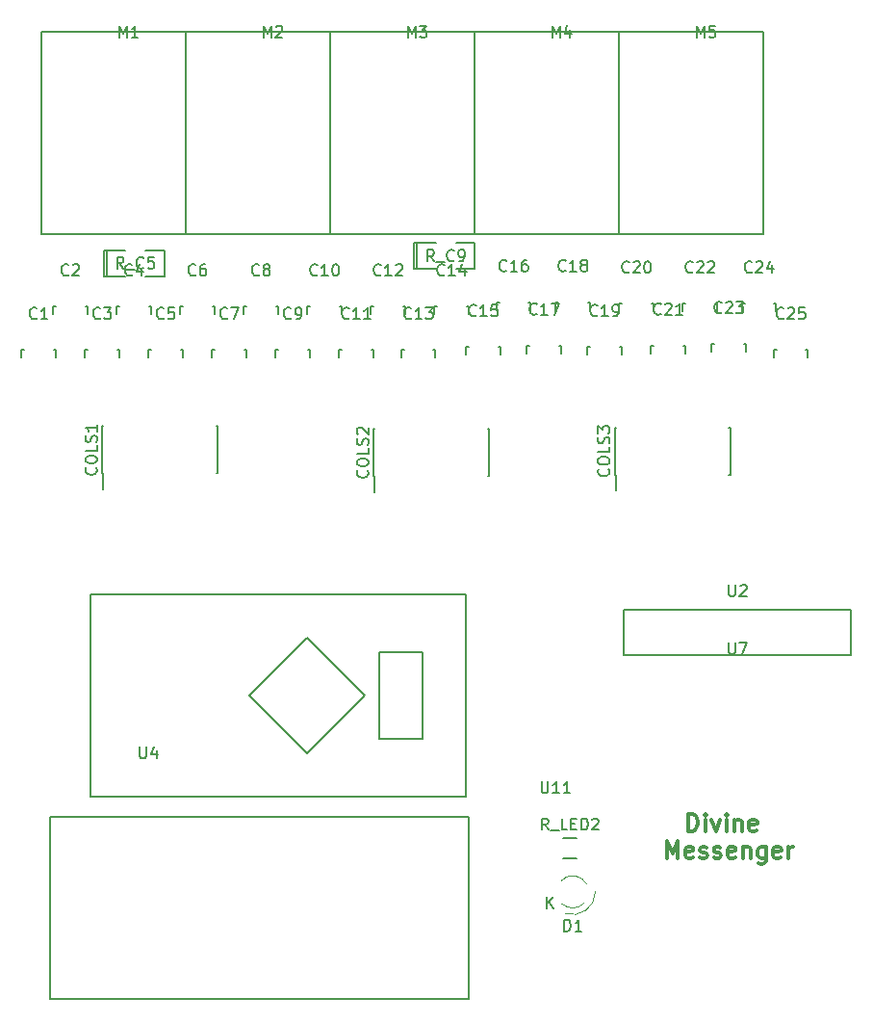
<source format=gbr>
G04 #@! TF.FileFunction,Legend,Top*
%FSLAX46Y46*%
G04 Gerber Fmt 4.6, Leading zero omitted, Abs format (unit mm)*
G04 Created by KiCad (PCBNEW 4.0.2+dfsg1-stable) date Ne 28. apríl 2019, 22:46:11 CEST*
%MOMM*%
G01*
G04 APERTURE LIST*
%ADD10C,0.100000*%
%ADD11C,0.300000*%
%ADD12C,0.150000*%
G04 APERTURE END LIST*
D10*
D11*
X176260572Y-124192571D02*
X176260572Y-122692571D01*
X176617715Y-122692571D01*
X176832000Y-122764000D01*
X176974858Y-122906857D01*
X177046286Y-123049714D01*
X177117715Y-123335429D01*
X177117715Y-123549714D01*
X177046286Y-123835429D01*
X176974858Y-123978286D01*
X176832000Y-124121143D01*
X176617715Y-124192571D01*
X176260572Y-124192571D01*
X177760572Y-124192571D02*
X177760572Y-123192571D01*
X177760572Y-122692571D02*
X177689143Y-122764000D01*
X177760572Y-122835429D01*
X177832000Y-122764000D01*
X177760572Y-122692571D01*
X177760572Y-122835429D01*
X178332001Y-123192571D02*
X178689144Y-124192571D01*
X179046286Y-123192571D01*
X179617715Y-124192571D02*
X179617715Y-123192571D01*
X179617715Y-122692571D02*
X179546286Y-122764000D01*
X179617715Y-122835429D01*
X179689143Y-122764000D01*
X179617715Y-122692571D01*
X179617715Y-122835429D01*
X180332001Y-123192571D02*
X180332001Y-124192571D01*
X180332001Y-123335429D02*
X180403429Y-123264000D01*
X180546287Y-123192571D01*
X180760572Y-123192571D01*
X180903429Y-123264000D01*
X180974858Y-123406857D01*
X180974858Y-124192571D01*
X182260572Y-124121143D02*
X182117715Y-124192571D01*
X181832001Y-124192571D01*
X181689144Y-124121143D01*
X181617715Y-123978286D01*
X181617715Y-123406857D01*
X181689144Y-123264000D01*
X181832001Y-123192571D01*
X182117715Y-123192571D01*
X182260572Y-123264000D01*
X182332001Y-123406857D01*
X182332001Y-123549714D01*
X181617715Y-123692571D01*
X174367715Y-126592571D02*
X174367715Y-125092571D01*
X174867715Y-126164000D01*
X175367715Y-125092571D01*
X175367715Y-126592571D01*
X176653429Y-126521143D02*
X176510572Y-126592571D01*
X176224858Y-126592571D01*
X176082001Y-126521143D01*
X176010572Y-126378286D01*
X176010572Y-125806857D01*
X176082001Y-125664000D01*
X176224858Y-125592571D01*
X176510572Y-125592571D01*
X176653429Y-125664000D01*
X176724858Y-125806857D01*
X176724858Y-125949714D01*
X176010572Y-126092571D01*
X177296286Y-126521143D02*
X177439143Y-126592571D01*
X177724858Y-126592571D01*
X177867715Y-126521143D01*
X177939143Y-126378286D01*
X177939143Y-126306857D01*
X177867715Y-126164000D01*
X177724858Y-126092571D01*
X177510572Y-126092571D01*
X177367715Y-126021143D01*
X177296286Y-125878286D01*
X177296286Y-125806857D01*
X177367715Y-125664000D01*
X177510572Y-125592571D01*
X177724858Y-125592571D01*
X177867715Y-125664000D01*
X178510572Y-126521143D02*
X178653429Y-126592571D01*
X178939144Y-126592571D01*
X179082001Y-126521143D01*
X179153429Y-126378286D01*
X179153429Y-126306857D01*
X179082001Y-126164000D01*
X178939144Y-126092571D01*
X178724858Y-126092571D01*
X178582001Y-126021143D01*
X178510572Y-125878286D01*
X178510572Y-125806857D01*
X178582001Y-125664000D01*
X178724858Y-125592571D01*
X178939144Y-125592571D01*
X179082001Y-125664000D01*
X180367715Y-126521143D02*
X180224858Y-126592571D01*
X179939144Y-126592571D01*
X179796287Y-126521143D01*
X179724858Y-126378286D01*
X179724858Y-125806857D01*
X179796287Y-125664000D01*
X179939144Y-125592571D01*
X180224858Y-125592571D01*
X180367715Y-125664000D01*
X180439144Y-125806857D01*
X180439144Y-125949714D01*
X179724858Y-126092571D01*
X181082001Y-125592571D02*
X181082001Y-126592571D01*
X181082001Y-125735429D02*
X181153429Y-125664000D01*
X181296287Y-125592571D01*
X181510572Y-125592571D01*
X181653429Y-125664000D01*
X181724858Y-125806857D01*
X181724858Y-126592571D01*
X183082001Y-125592571D02*
X183082001Y-126806857D01*
X183010572Y-126949714D01*
X182939144Y-127021143D01*
X182796287Y-127092571D01*
X182582001Y-127092571D01*
X182439144Y-127021143D01*
X183082001Y-126521143D02*
X182939144Y-126592571D01*
X182653430Y-126592571D01*
X182510572Y-126521143D01*
X182439144Y-126449714D01*
X182367715Y-126306857D01*
X182367715Y-125878286D01*
X182439144Y-125735429D01*
X182510572Y-125664000D01*
X182653430Y-125592571D01*
X182939144Y-125592571D01*
X183082001Y-125664000D01*
X184367715Y-126521143D02*
X184224858Y-126592571D01*
X183939144Y-126592571D01*
X183796287Y-126521143D01*
X183724858Y-126378286D01*
X183724858Y-125806857D01*
X183796287Y-125664000D01*
X183939144Y-125592571D01*
X184224858Y-125592571D01*
X184367715Y-125664000D01*
X184439144Y-125806857D01*
X184439144Y-125949714D01*
X183724858Y-126092571D01*
X185082001Y-126592571D02*
X185082001Y-125592571D01*
X185082001Y-125878286D02*
X185153429Y-125735429D01*
X185224858Y-125664000D01*
X185367715Y-125592571D01*
X185510572Y-125592571D01*
D12*
X170180000Y-71755000D02*
X182880000Y-71755000D01*
X170180000Y-53975000D02*
X182880000Y-53975000D01*
X182880000Y-53975000D02*
X182880000Y-71755000D01*
X170180000Y-71755000D02*
X170180000Y-53975000D01*
X167410180Y-82346800D02*
X167410180Y-81645760D01*
X167410180Y-81645760D02*
X167659100Y-81645760D01*
X170209160Y-81645760D02*
X170409820Y-81645760D01*
X170409820Y-81645760D02*
X170409820Y-82346800D01*
X170204180Y-78536800D02*
X170204180Y-77835760D01*
X170204180Y-77835760D02*
X170453100Y-77835760D01*
X173003160Y-77835760D02*
X173203820Y-77835760D01*
X173203820Y-77835760D02*
X173203820Y-78536800D01*
X172998180Y-82219800D02*
X172998180Y-81518760D01*
X172998180Y-81518760D02*
X173247100Y-81518760D01*
X175797160Y-81518760D02*
X175997820Y-81518760D01*
X175997820Y-81518760D02*
X175997820Y-82219800D01*
X157480000Y-71755000D02*
X170180000Y-71755000D01*
X157480000Y-53975000D02*
X170180000Y-53975000D01*
X170180000Y-53975000D02*
X170180000Y-71755000D01*
X157480000Y-71755000D02*
X157480000Y-53975000D01*
X144780000Y-71755000D02*
X157480000Y-71755000D01*
X144780000Y-53975000D02*
X157480000Y-53975000D01*
X157480000Y-53975000D02*
X157480000Y-71755000D01*
X144780000Y-71755000D02*
X144780000Y-53975000D01*
X131596180Y-78790800D02*
X131596180Y-78089760D01*
X131596180Y-78089760D02*
X131845100Y-78089760D01*
X134395160Y-78089760D02*
X134595820Y-78089760D01*
X134595820Y-78089760D02*
X134595820Y-78790800D01*
X120420180Y-78790800D02*
X120420180Y-78089760D01*
X120420180Y-78089760D02*
X120669100Y-78089760D01*
X123219160Y-78089760D02*
X123419820Y-78089760D01*
X123419820Y-78089760D02*
X123419820Y-78790800D01*
X123214180Y-82600800D02*
X123214180Y-81899760D01*
X123214180Y-81899760D02*
X123463100Y-81899760D01*
X126013160Y-81899760D02*
X126213820Y-81899760D01*
X126213820Y-81899760D02*
X126213820Y-82600800D01*
X126008180Y-78790800D02*
X126008180Y-78089760D01*
X126008180Y-78089760D02*
X126257100Y-78089760D01*
X128807160Y-78089760D02*
X129007820Y-78089760D01*
X129007820Y-78089760D02*
X129007820Y-78790800D01*
X128802180Y-82600800D02*
X128802180Y-81899760D01*
X128802180Y-81899760D02*
X129051100Y-81899760D01*
X131601160Y-81899760D02*
X131801820Y-81899760D01*
X131801820Y-81899760D02*
X131801820Y-82600800D01*
X134390180Y-82600800D02*
X134390180Y-81899760D01*
X134390180Y-81899760D02*
X134639100Y-81899760D01*
X137189160Y-81899760D02*
X137389820Y-81899760D01*
X137389820Y-81899760D02*
X137389820Y-82600800D01*
X137184180Y-78790800D02*
X137184180Y-78089760D01*
X137184180Y-78089760D02*
X137433100Y-78089760D01*
X139983160Y-78089760D02*
X140183820Y-78089760D01*
X140183820Y-78089760D02*
X140183820Y-78790800D01*
X139978180Y-82600800D02*
X139978180Y-81899760D01*
X139978180Y-81899760D02*
X140227100Y-81899760D01*
X142777160Y-81899760D02*
X142977820Y-81899760D01*
X142977820Y-81899760D02*
X142977820Y-82600800D01*
X142772180Y-78790800D02*
X142772180Y-78089760D01*
X142772180Y-78089760D02*
X143021100Y-78089760D01*
X145571160Y-78089760D02*
X145771820Y-78089760D01*
X145771820Y-78089760D02*
X145771820Y-78790800D01*
X145566180Y-82600800D02*
X145566180Y-81899760D01*
X145566180Y-81899760D02*
X145815100Y-81899760D01*
X148365160Y-81899760D02*
X148565820Y-81899760D01*
X148565820Y-81899760D02*
X148565820Y-82600800D01*
X148360180Y-78790800D02*
X148360180Y-78089760D01*
X148360180Y-78089760D02*
X148609100Y-78089760D01*
X151159160Y-78089760D02*
X151359820Y-78089760D01*
X151359820Y-78089760D02*
X151359820Y-78790800D01*
X151027180Y-82600800D02*
X151027180Y-81899760D01*
X151027180Y-81899760D02*
X151276100Y-81899760D01*
X153826160Y-81899760D02*
X154026820Y-81899760D01*
X154026820Y-81899760D02*
X154026820Y-82600800D01*
X153948180Y-78790800D02*
X153948180Y-78089760D01*
X153948180Y-78089760D02*
X154197100Y-78089760D01*
X156747160Y-78089760D02*
X156947820Y-78089760D01*
X156947820Y-78089760D02*
X156947820Y-78790800D01*
X162076180Y-82219800D02*
X162076180Y-81518760D01*
X162076180Y-81518760D02*
X162325100Y-81518760D01*
X164875160Y-81518760D02*
X165075820Y-81518760D01*
X165075820Y-81518760D02*
X165075820Y-82219800D01*
X178332180Y-82092800D02*
X178332180Y-81391760D01*
X178332180Y-81391760D02*
X178581100Y-81391760D01*
X181131160Y-81391760D02*
X181331820Y-81391760D01*
X181331820Y-81391760D02*
X181331820Y-82092800D01*
X180999180Y-78536800D02*
X180999180Y-77835760D01*
X180999180Y-77835760D02*
X181248100Y-77835760D01*
X183798160Y-77835760D02*
X183998820Y-77835760D01*
X183998820Y-77835760D02*
X183998820Y-78536800D01*
X117626180Y-82600800D02*
X117626180Y-81899760D01*
X117626180Y-81899760D02*
X117875100Y-81899760D01*
X120425160Y-81899760D02*
X120625820Y-81899760D01*
X120625820Y-81899760D02*
X120625820Y-82600800D01*
X183793180Y-82600800D02*
X183793180Y-81899760D01*
X183793180Y-81899760D02*
X184042100Y-81899760D01*
X186592160Y-81899760D02*
X186792820Y-81899760D01*
X186792820Y-81899760D02*
X186792820Y-82600800D01*
X124719000Y-92753000D02*
X124824000Y-92753000D01*
X124719000Y-88603000D02*
X124824000Y-88603000D01*
X134869000Y-88603000D02*
X134764000Y-88603000D01*
X134869000Y-92753000D02*
X134764000Y-92753000D01*
X124719000Y-92753000D02*
X124719000Y-88603000D01*
X134869000Y-92753000D02*
X134869000Y-88603000D01*
X124824000Y-92753000D02*
X124824000Y-94128000D01*
X148595000Y-93007000D02*
X148700000Y-93007000D01*
X148595000Y-88857000D02*
X148700000Y-88857000D01*
X158745000Y-88857000D02*
X158640000Y-88857000D01*
X158745000Y-93007000D02*
X158640000Y-93007000D01*
X148595000Y-93007000D02*
X148595000Y-88857000D01*
X158745000Y-93007000D02*
X158745000Y-88857000D01*
X148700000Y-93007000D02*
X148700000Y-94382000D01*
X169804000Y-92880000D02*
X169909000Y-92880000D01*
X169804000Y-88730000D02*
X169909000Y-88730000D01*
X179954000Y-88730000D02*
X179849000Y-88730000D01*
X179954000Y-92880000D02*
X179849000Y-92880000D01*
X169804000Y-92880000D02*
X169804000Y-88730000D01*
X179954000Y-92880000D02*
X179954000Y-88730000D01*
X169909000Y-92880000D02*
X169909000Y-94255000D01*
X152400000Y-72517000D02*
X152146000Y-72517000D01*
X152146000Y-72517000D02*
X152146000Y-74803000D01*
X152146000Y-74803000D02*
X152400000Y-74803000D01*
X152400000Y-72517000D02*
X152400000Y-74803000D01*
X152400000Y-74803000D02*
X154051000Y-74803000D01*
X155829000Y-72517000D02*
X157480000Y-72517000D01*
X157480000Y-72517000D02*
X157480000Y-74803000D01*
X157480000Y-74803000D02*
X155829000Y-74803000D01*
X154051000Y-72517000D02*
X152400000Y-72517000D01*
X125095000Y-73152000D02*
X124841000Y-73152000D01*
X124841000Y-73152000D02*
X124841000Y-75438000D01*
X124841000Y-75438000D02*
X125095000Y-75438000D01*
X125095000Y-73152000D02*
X125095000Y-75438000D01*
X125095000Y-75438000D02*
X126746000Y-75438000D01*
X128524000Y-73152000D02*
X130175000Y-73152000D01*
X130175000Y-73152000D02*
X130175000Y-75438000D01*
X130175000Y-75438000D02*
X128524000Y-75438000D01*
X126746000Y-73152000D02*
X125095000Y-73152000D01*
X120142000Y-122936000D02*
X120142000Y-138938000D01*
X156972000Y-138176000D02*
X156972000Y-138938000D01*
X156972000Y-138938000D02*
X120142000Y-138938000D01*
X120142000Y-122936000D02*
X156972000Y-122936000D01*
X156972000Y-122936000D02*
X156972000Y-138176000D01*
D10*
X165100000Y-130540000D02*
X165100000Y-130540000D01*
X165100000Y-128540000D02*
X165100000Y-128540000D01*
X167360074Y-128897960D02*
G75*
G03X165100000Y-128540000I-1260074J-642040D01*
G01*
X167009039Y-128456649D02*
G75*
G03X165100000Y-128540000I-909039J-1083351D01*
G01*
X165415960Y-131419385D02*
G75*
G03X168100000Y-129540000I684040J1879385D01*
G01*
X165153706Y-130590966D02*
G75*
G03X167100000Y-130540000I946294J1050966D01*
G01*
D12*
X166462000Y-126605000D02*
X165262000Y-126605000D01*
X165262000Y-124855000D02*
X166462000Y-124855000D01*
X156742180Y-82346800D02*
X156742180Y-81645760D01*
X156742180Y-81645760D02*
X156991100Y-81645760D01*
X159541160Y-81645760D02*
X159741820Y-81645760D01*
X159741820Y-81645760D02*
X159741820Y-82346800D01*
X159409180Y-78409800D02*
X159409180Y-77708760D01*
X159409180Y-77708760D02*
X159658100Y-77708760D01*
X162208160Y-77708760D02*
X162408820Y-77708760D01*
X162408820Y-77708760D02*
X162408820Y-78409800D01*
X164616180Y-78409800D02*
X164616180Y-77708760D01*
X164616180Y-77708760D02*
X164865100Y-77708760D01*
X167415160Y-77708760D02*
X167615820Y-77708760D01*
X167615820Y-77708760D02*
X167615820Y-78409800D01*
X175792180Y-78536800D02*
X175792180Y-77835760D01*
X175792180Y-77835760D02*
X176041100Y-77835760D01*
X178591160Y-77835760D02*
X178791820Y-77835760D01*
X178791820Y-77835760D02*
X178791820Y-78536800D01*
X119380000Y-71755000D02*
X132080000Y-71755000D01*
X119380000Y-53975000D02*
X132080000Y-53975000D01*
X132080000Y-53975000D02*
X132080000Y-71755000D01*
X119380000Y-71755000D02*
X119380000Y-53975000D01*
X132080000Y-71755000D02*
X144780000Y-71755000D01*
X132080000Y-53975000D02*
X144780000Y-53975000D01*
X144780000Y-53975000D02*
X144780000Y-71755000D01*
X132080000Y-71755000D02*
X132080000Y-53975000D01*
X170594000Y-104712000D02*
X190594000Y-104712000D01*
X180594000Y-108712000D02*
X170594000Y-108712000D01*
X170594000Y-108712000D02*
X170594000Y-104712000D01*
X190594000Y-104712000D02*
X190594000Y-108712000D01*
X190594000Y-108712000D02*
X180594000Y-108712000D01*
X138938000Y-110998000D02*
X137668000Y-112268000D01*
X137668000Y-112268000D02*
X142748000Y-117348000D01*
X142748000Y-117348000D02*
X147828000Y-112268000D01*
X147828000Y-112268000D02*
X142748000Y-107188000D01*
X142748000Y-107188000D02*
X138938000Y-110998000D01*
X152908000Y-116078000D02*
X149098000Y-116078000D01*
X149098000Y-116078000D02*
X149098000Y-108458000D01*
X149098000Y-108458000D02*
X150368000Y-108458000D01*
X152908000Y-116078000D02*
X152908000Y-108458000D01*
X152908000Y-108458000D02*
X150368000Y-108458000D01*
X123698000Y-103378000D02*
X123698000Y-121158000D01*
X123698000Y-121158000D02*
X156718000Y-121158000D01*
X156718000Y-121158000D02*
X156718000Y-103378000D01*
X156718000Y-103378000D02*
X123698000Y-103378000D01*
X176990476Y-54427381D02*
X176990476Y-53427381D01*
X177323810Y-54141667D01*
X177657143Y-53427381D01*
X177657143Y-54427381D01*
X178609524Y-53427381D02*
X178133333Y-53427381D01*
X178085714Y-53903571D01*
X178133333Y-53855952D01*
X178228571Y-53808333D01*
X178466667Y-53808333D01*
X178561905Y-53855952D01*
X178609524Y-53903571D01*
X178657143Y-53998810D01*
X178657143Y-54236905D01*
X178609524Y-54332143D01*
X178561905Y-54379762D01*
X178466667Y-54427381D01*
X178228571Y-54427381D01*
X178133333Y-54379762D01*
X178085714Y-54332143D01*
X168267143Y-78843143D02*
X168219524Y-78890762D01*
X168076667Y-78938381D01*
X167981429Y-78938381D01*
X167838571Y-78890762D01*
X167743333Y-78795524D01*
X167695714Y-78700286D01*
X167648095Y-78509810D01*
X167648095Y-78366952D01*
X167695714Y-78176476D01*
X167743333Y-78081238D01*
X167838571Y-77986000D01*
X167981429Y-77938381D01*
X168076667Y-77938381D01*
X168219524Y-77986000D01*
X168267143Y-78033619D01*
X169219524Y-78938381D02*
X168648095Y-78938381D01*
X168933809Y-78938381D02*
X168933809Y-77938381D01*
X168838571Y-78081238D01*
X168743333Y-78176476D01*
X168648095Y-78224095D01*
X169695714Y-78938381D02*
X169886190Y-78938381D01*
X169981429Y-78890762D01*
X170029048Y-78843143D01*
X170124286Y-78700286D01*
X170171905Y-78509810D01*
X170171905Y-78128857D01*
X170124286Y-78033619D01*
X170076667Y-77986000D01*
X169981429Y-77938381D01*
X169790952Y-77938381D01*
X169695714Y-77986000D01*
X169648095Y-78033619D01*
X169600476Y-78128857D01*
X169600476Y-78366952D01*
X169648095Y-78462190D01*
X169695714Y-78509810D01*
X169790952Y-78557429D01*
X169981429Y-78557429D01*
X170076667Y-78509810D01*
X170124286Y-78462190D01*
X170171905Y-78366952D01*
X171061143Y-75033143D02*
X171013524Y-75080762D01*
X170870667Y-75128381D01*
X170775429Y-75128381D01*
X170632571Y-75080762D01*
X170537333Y-74985524D01*
X170489714Y-74890286D01*
X170442095Y-74699810D01*
X170442095Y-74556952D01*
X170489714Y-74366476D01*
X170537333Y-74271238D01*
X170632571Y-74176000D01*
X170775429Y-74128381D01*
X170870667Y-74128381D01*
X171013524Y-74176000D01*
X171061143Y-74223619D01*
X171442095Y-74223619D02*
X171489714Y-74176000D01*
X171584952Y-74128381D01*
X171823048Y-74128381D01*
X171918286Y-74176000D01*
X171965905Y-74223619D01*
X172013524Y-74318857D01*
X172013524Y-74414095D01*
X171965905Y-74556952D01*
X171394476Y-75128381D01*
X172013524Y-75128381D01*
X172632571Y-74128381D02*
X172727810Y-74128381D01*
X172823048Y-74176000D01*
X172870667Y-74223619D01*
X172918286Y-74318857D01*
X172965905Y-74509333D01*
X172965905Y-74747429D01*
X172918286Y-74937905D01*
X172870667Y-75033143D01*
X172823048Y-75080762D01*
X172727810Y-75128381D01*
X172632571Y-75128381D01*
X172537333Y-75080762D01*
X172489714Y-75033143D01*
X172442095Y-74937905D01*
X172394476Y-74747429D01*
X172394476Y-74509333D01*
X172442095Y-74318857D01*
X172489714Y-74223619D01*
X172537333Y-74176000D01*
X172632571Y-74128381D01*
X173855143Y-78716143D02*
X173807524Y-78763762D01*
X173664667Y-78811381D01*
X173569429Y-78811381D01*
X173426571Y-78763762D01*
X173331333Y-78668524D01*
X173283714Y-78573286D01*
X173236095Y-78382810D01*
X173236095Y-78239952D01*
X173283714Y-78049476D01*
X173331333Y-77954238D01*
X173426571Y-77859000D01*
X173569429Y-77811381D01*
X173664667Y-77811381D01*
X173807524Y-77859000D01*
X173855143Y-77906619D01*
X174236095Y-77906619D02*
X174283714Y-77859000D01*
X174378952Y-77811381D01*
X174617048Y-77811381D01*
X174712286Y-77859000D01*
X174759905Y-77906619D01*
X174807524Y-78001857D01*
X174807524Y-78097095D01*
X174759905Y-78239952D01*
X174188476Y-78811381D01*
X174807524Y-78811381D01*
X175759905Y-78811381D02*
X175188476Y-78811381D01*
X175474190Y-78811381D02*
X175474190Y-77811381D01*
X175378952Y-77954238D01*
X175283714Y-78049476D01*
X175188476Y-78097095D01*
X164290476Y-54427381D02*
X164290476Y-53427381D01*
X164623810Y-54141667D01*
X164957143Y-53427381D01*
X164957143Y-54427381D01*
X165861905Y-53760714D02*
X165861905Y-54427381D01*
X165623809Y-53379762D02*
X165385714Y-54094048D01*
X166004762Y-54094048D01*
X151590476Y-54427381D02*
X151590476Y-53427381D01*
X151923810Y-54141667D01*
X152257143Y-53427381D01*
X152257143Y-54427381D01*
X152638095Y-53427381D02*
X153257143Y-53427381D01*
X152923809Y-53808333D01*
X153066667Y-53808333D01*
X153161905Y-53855952D01*
X153209524Y-53903571D01*
X153257143Y-53998810D01*
X153257143Y-54236905D01*
X153209524Y-54332143D01*
X153161905Y-54379762D01*
X153066667Y-54427381D01*
X152780952Y-54427381D01*
X152685714Y-54379762D01*
X152638095Y-54332143D01*
X132929334Y-75287143D02*
X132881715Y-75334762D01*
X132738858Y-75382381D01*
X132643620Y-75382381D01*
X132500762Y-75334762D01*
X132405524Y-75239524D01*
X132357905Y-75144286D01*
X132310286Y-74953810D01*
X132310286Y-74810952D01*
X132357905Y-74620476D01*
X132405524Y-74525238D01*
X132500762Y-74430000D01*
X132643620Y-74382381D01*
X132738858Y-74382381D01*
X132881715Y-74430000D01*
X132929334Y-74477619D01*
X133786477Y-74382381D02*
X133596000Y-74382381D01*
X133500762Y-74430000D01*
X133453143Y-74477619D01*
X133357905Y-74620476D01*
X133310286Y-74810952D01*
X133310286Y-75191905D01*
X133357905Y-75287143D01*
X133405524Y-75334762D01*
X133500762Y-75382381D01*
X133691239Y-75382381D01*
X133786477Y-75334762D01*
X133834096Y-75287143D01*
X133881715Y-75191905D01*
X133881715Y-74953810D01*
X133834096Y-74858571D01*
X133786477Y-74810952D01*
X133691239Y-74763333D01*
X133500762Y-74763333D01*
X133405524Y-74810952D01*
X133357905Y-74858571D01*
X133310286Y-74953810D01*
X121753334Y-75287143D02*
X121705715Y-75334762D01*
X121562858Y-75382381D01*
X121467620Y-75382381D01*
X121324762Y-75334762D01*
X121229524Y-75239524D01*
X121181905Y-75144286D01*
X121134286Y-74953810D01*
X121134286Y-74810952D01*
X121181905Y-74620476D01*
X121229524Y-74525238D01*
X121324762Y-74430000D01*
X121467620Y-74382381D01*
X121562858Y-74382381D01*
X121705715Y-74430000D01*
X121753334Y-74477619D01*
X122134286Y-74477619D02*
X122181905Y-74430000D01*
X122277143Y-74382381D01*
X122515239Y-74382381D01*
X122610477Y-74430000D01*
X122658096Y-74477619D01*
X122705715Y-74572857D01*
X122705715Y-74668095D01*
X122658096Y-74810952D01*
X122086667Y-75382381D01*
X122705715Y-75382381D01*
X124547334Y-79097143D02*
X124499715Y-79144762D01*
X124356858Y-79192381D01*
X124261620Y-79192381D01*
X124118762Y-79144762D01*
X124023524Y-79049524D01*
X123975905Y-78954286D01*
X123928286Y-78763810D01*
X123928286Y-78620952D01*
X123975905Y-78430476D01*
X124023524Y-78335238D01*
X124118762Y-78240000D01*
X124261620Y-78192381D01*
X124356858Y-78192381D01*
X124499715Y-78240000D01*
X124547334Y-78287619D01*
X124880667Y-78192381D02*
X125499715Y-78192381D01*
X125166381Y-78573333D01*
X125309239Y-78573333D01*
X125404477Y-78620952D01*
X125452096Y-78668571D01*
X125499715Y-78763810D01*
X125499715Y-79001905D01*
X125452096Y-79097143D01*
X125404477Y-79144762D01*
X125309239Y-79192381D01*
X125023524Y-79192381D01*
X124928286Y-79144762D01*
X124880667Y-79097143D01*
X127341334Y-75287143D02*
X127293715Y-75334762D01*
X127150858Y-75382381D01*
X127055620Y-75382381D01*
X126912762Y-75334762D01*
X126817524Y-75239524D01*
X126769905Y-75144286D01*
X126722286Y-74953810D01*
X126722286Y-74810952D01*
X126769905Y-74620476D01*
X126817524Y-74525238D01*
X126912762Y-74430000D01*
X127055620Y-74382381D01*
X127150858Y-74382381D01*
X127293715Y-74430000D01*
X127341334Y-74477619D01*
X128198477Y-74715714D02*
X128198477Y-75382381D01*
X127960381Y-74334762D02*
X127722286Y-75049048D01*
X128341334Y-75049048D01*
X130135334Y-79097143D02*
X130087715Y-79144762D01*
X129944858Y-79192381D01*
X129849620Y-79192381D01*
X129706762Y-79144762D01*
X129611524Y-79049524D01*
X129563905Y-78954286D01*
X129516286Y-78763810D01*
X129516286Y-78620952D01*
X129563905Y-78430476D01*
X129611524Y-78335238D01*
X129706762Y-78240000D01*
X129849620Y-78192381D01*
X129944858Y-78192381D01*
X130087715Y-78240000D01*
X130135334Y-78287619D01*
X131040096Y-78192381D02*
X130563905Y-78192381D01*
X130516286Y-78668571D01*
X130563905Y-78620952D01*
X130659143Y-78573333D01*
X130897239Y-78573333D01*
X130992477Y-78620952D01*
X131040096Y-78668571D01*
X131087715Y-78763810D01*
X131087715Y-79001905D01*
X131040096Y-79097143D01*
X130992477Y-79144762D01*
X130897239Y-79192381D01*
X130659143Y-79192381D01*
X130563905Y-79144762D01*
X130516286Y-79097143D01*
X135723334Y-79097143D02*
X135675715Y-79144762D01*
X135532858Y-79192381D01*
X135437620Y-79192381D01*
X135294762Y-79144762D01*
X135199524Y-79049524D01*
X135151905Y-78954286D01*
X135104286Y-78763810D01*
X135104286Y-78620952D01*
X135151905Y-78430476D01*
X135199524Y-78335238D01*
X135294762Y-78240000D01*
X135437620Y-78192381D01*
X135532858Y-78192381D01*
X135675715Y-78240000D01*
X135723334Y-78287619D01*
X136056667Y-78192381D02*
X136723334Y-78192381D01*
X136294762Y-79192381D01*
X138517334Y-75287143D02*
X138469715Y-75334762D01*
X138326858Y-75382381D01*
X138231620Y-75382381D01*
X138088762Y-75334762D01*
X137993524Y-75239524D01*
X137945905Y-75144286D01*
X137898286Y-74953810D01*
X137898286Y-74810952D01*
X137945905Y-74620476D01*
X137993524Y-74525238D01*
X138088762Y-74430000D01*
X138231620Y-74382381D01*
X138326858Y-74382381D01*
X138469715Y-74430000D01*
X138517334Y-74477619D01*
X139088762Y-74810952D02*
X138993524Y-74763333D01*
X138945905Y-74715714D01*
X138898286Y-74620476D01*
X138898286Y-74572857D01*
X138945905Y-74477619D01*
X138993524Y-74430000D01*
X139088762Y-74382381D01*
X139279239Y-74382381D01*
X139374477Y-74430000D01*
X139422096Y-74477619D01*
X139469715Y-74572857D01*
X139469715Y-74620476D01*
X139422096Y-74715714D01*
X139374477Y-74763333D01*
X139279239Y-74810952D01*
X139088762Y-74810952D01*
X138993524Y-74858571D01*
X138945905Y-74906190D01*
X138898286Y-75001429D01*
X138898286Y-75191905D01*
X138945905Y-75287143D01*
X138993524Y-75334762D01*
X139088762Y-75382381D01*
X139279239Y-75382381D01*
X139374477Y-75334762D01*
X139422096Y-75287143D01*
X139469715Y-75191905D01*
X139469715Y-75001429D01*
X139422096Y-74906190D01*
X139374477Y-74858571D01*
X139279239Y-74810952D01*
X141311334Y-79097143D02*
X141263715Y-79144762D01*
X141120858Y-79192381D01*
X141025620Y-79192381D01*
X140882762Y-79144762D01*
X140787524Y-79049524D01*
X140739905Y-78954286D01*
X140692286Y-78763810D01*
X140692286Y-78620952D01*
X140739905Y-78430476D01*
X140787524Y-78335238D01*
X140882762Y-78240000D01*
X141025620Y-78192381D01*
X141120858Y-78192381D01*
X141263715Y-78240000D01*
X141311334Y-78287619D01*
X141787524Y-79192381D02*
X141978000Y-79192381D01*
X142073239Y-79144762D01*
X142120858Y-79097143D01*
X142216096Y-78954286D01*
X142263715Y-78763810D01*
X142263715Y-78382857D01*
X142216096Y-78287619D01*
X142168477Y-78240000D01*
X142073239Y-78192381D01*
X141882762Y-78192381D01*
X141787524Y-78240000D01*
X141739905Y-78287619D01*
X141692286Y-78382857D01*
X141692286Y-78620952D01*
X141739905Y-78716190D01*
X141787524Y-78763810D01*
X141882762Y-78811429D01*
X142073239Y-78811429D01*
X142168477Y-78763810D01*
X142216096Y-78716190D01*
X142263715Y-78620952D01*
X143629143Y-75287143D02*
X143581524Y-75334762D01*
X143438667Y-75382381D01*
X143343429Y-75382381D01*
X143200571Y-75334762D01*
X143105333Y-75239524D01*
X143057714Y-75144286D01*
X143010095Y-74953810D01*
X143010095Y-74810952D01*
X143057714Y-74620476D01*
X143105333Y-74525238D01*
X143200571Y-74430000D01*
X143343429Y-74382381D01*
X143438667Y-74382381D01*
X143581524Y-74430000D01*
X143629143Y-74477619D01*
X144581524Y-75382381D02*
X144010095Y-75382381D01*
X144295809Y-75382381D02*
X144295809Y-74382381D01*
X144200571Y-74525238D01*
X144105333Y-74620476D01*
X144010095Y-74668095D01*
X145200571Y-74382381D02*
X145295810Y-74382381D01*
X145391048Y-74430000D01*
X145438667Y-74477619D01*
X145486286Y-74572857D01*
X145533905Y-74763333D01*
X145533905Y-75001429D01*
X145486286Y-75191905D01*
X145438667Y-75287143D01*
X145391048Y-75334762D01*
X145295810Y-75382381D01*
X145200571Y-75382381D01*
X145105333Y-75334762D01*
X145057714Y-75287143D01*
X145010095Y-75191905D01*
X144962476Y-75001429D01*
X144962476Y-74763333D01*
X145010095Y-74572857D01*
X145057714Y-74477619D01*
X145105333Y-74430000D01*
X145200571Y-74382381D01*
X146423143Y-79097143D02*
X146375524Y-79144762D01*
X146232667Y-79192381D01*
X146137429Y-79192381D01*
X145994571Y-79144762D01*
X145899333Y-79049524D01*
X145851714Y-78954286D01*
X145804095Y-78763810D01*
X145804095Y-78620952D01*
X145851714Y-78430476D01*
X145899333Y-78335238D01*
X145994571Y-78240000D01*
X146137429Y-78192381D01*
X146232667Y-78192381D01*
X146375524Y-78240000D01*
X146423143Y-78287619D01*
X147375524Y-79192381D02*
X146804095Y-79192381D01*
X147089809Y-79192381D02*
X147089809Y-78192381D01*
X146994571Y-78335238D01*
X146899333Y-78430476D01*
X146804095Y-78478095D01*
X148327905Y-79192381D02*
X147756476Y-79192381D01*
X148042190Y-79192381D02*
X148042190Y-78192381D01*
X147946952Y-78335238D01*
X147851714Y-78430476D01*
X147756476Y-78478095D01*
X149217143Y-75287143D02*
X149169524Y-75334762D01*
X149026667Y-75382381D01*
X148931429Y-75382381D01*
X148788571Y-75334762D01*
X148693333Y-75239524D01*
X148645714Y-75144286D01*
X148598095Y-74953810D01*
X148598095Y-74810952D01*
X148645714Y-74620476D01*
X148693333Y-74525238D01*
X148788571Y-74430000D01*
X148931429Y-74382381D01*
X149026667Y-74382381D01*
X149169524Y-74430000D01*
X149217143Y-74477619D01*
X150169524Y-75382381D02*
X149598095Y-75382381D01*
X149883809Y-75382381D02*
X149883809Y-74382381D01*
X149788571Y-74525238D01*
X149693333Y-74620476D01*
X149598095Y-74668095D01*
X150550476Y-74477619D02*
X150598095Y-74430000D01*
X150693333Y-74382381D01*
X150931429Y-74382381D01*
X151026667Y-74430000D01*
X151074286Y-74477619D01*
X151121905Y-74572857D01*
X151121905Y-74668095D01*
X151074286Y-74810952D01*
X150502857Y-75382381D01*
X151121905Y-75382381D01*
X151884143Y-79097143D02*
X151836524Y-79144762D01*
X151693667Y-79192381D01*
X151598429Y-79192381D01*
X151455571Y-79144762D01*
X151360333Y-79049524D01*
X151312714Y-78954286D01*
X151265095Y-78763810D01*
X151265095Y-78620952D01*
X151312714Y-78430476D01*
X151360333Y-78335238D01*
X151455571Y-78240000D01*
X151598429Y-78192381D01*
X151693667Y-78192381D01*
X151836524Y-78240000D01*
X151884143Y-78287619D01*
X152836524Y-79192381D02*
X152265095Y-79192381D01*
X152550809Y-79192381D02*
X152550809Y-78192381D01*
X152455571Y-78335238D01*
X152360333Y-78430476D01*
X152265095Y-78478095D01*
X153169857Y-78192381D02*
X153788905Y-78192381D01*
X153455571Y-78573333D01*
X153598429Y-78573333D01*
X153693667Y-78620952D01*
X153741286Y-78668571D01*
X153788905Y-78763810D01*
X153788905Y-79001905D01*
X153741286Y-79097143D01*
X153693667Y-79144762D01*
X153598429Y-79192381D01*
X153312714Y-79192381D01*
X153217476Y-79144762D01*
X153169857Y-79097143D01*
X154805143Y-75287143D02*
X154757524Y-75334762D01*
X154614667Y-75382381D01*
X154519429Y-75382381D01*
X154376571Y-75334762D01*
X154281333Y-75239524D01*
X154233714Y-75144286D01*
X154186095Y-74953810D01*
X154186095Y-74810952D01*
X154233714Y-74620476D01*
X154281333Y-74525238D01*
X154376571Y-74430000D01*
X154519429Y-74382381D01*
X154614667Y-74382381D01*
X154757524Y-74430000D01*
X154805143Y-74477619D01*
X155757524Y-75382381D02*
X155186095Y-75382381D01*
X155471809Y-75382381D02*
X155471809Y-74382381D01*
X155376571Y-74525238D01*
X155281333Y-74620476D01*
X155186095Y-74668095D01*
X156614667Y-74715714D02*
X156614667Y-75382381D01*
X156376571Y-74334762D02*
X156138476Y-75049048D01*
X156757524Y-75049048D01*
X162933143Y-78716143D02*
X162885524Y-78763762D01*
X162742667Y-78811381D01*
X162647429Y-78811381D01*
X162504571Y-78763762D01*
X162409333Y-78668524D01*
X162361714Y-78573286D01*
X162314095Y-78382810D01*
X162314095Y-78239952D01*
X162361714Y-78049476D01*
X162409333Y-77954238D01*
X162504571Y-77859000D01*
X162647429Y-77811381D01*
X162742667Y-77811381D01*
X162885524Y-77859000D01*
X162933143Y-77906619D01*
X163885524Y-78811381D02*
X163314095Y-78811381D01*
X163599809Y-78811381D02*
X163599809Y-77811381D01*
X163504571Y-77954238D01*
X163409333Y-78049476D01*
X163314095Y-78097095D01*
X164218857Y-77811381D02*
X164885524Y-77811381D01*
X164456952Y-78811381D01*
X179189143Y-78589143D02*
X179141524Y-78636762D01*
X178998667Y-78684381D01*
X178903429Y-78684381D01*
X178760571Y-78636762D01*
X178665333Y-78541524D01*
X178617714Y-78446286D01*
X178570095Y-78255810D01*
X178570095Y-78112952D01*
X178617714Y-77922476D01*
X178665333Y-77827238D01*
X178760571Y-77732000D01*
X178903429Y-77684381D01*
X178998667Y-77684381D01*
X179141524Y-77732000D01*
X179189143Y-77779619D01*
X179570095Y-77779619D02*
X179617714Y-77732000D01*
X179712952Y-77684381D01*
X179951048Y-77684381D01*
X180046286Y-77732000D01*
X180093905Y-77779619D01*
X180141524Y-77874857D01*
X180141524Y-77970095D01*
X180093905Y-78112952D01*
X179522476Y-78684381D01*
X180141524Y-78684381D01*
X180474857Y-77684381D02*
X181093905Y-77684381D01*
X180760571Y-78065333D01*
X180903429Y-78065333D01*
X180998667Y-78112952D01*
X181046286Y-78160571D01*
X181093905Y-78255810D01*
X181093905Y-78493905D01*
X181046286Y-78589143D01*
X180998667Y-78636762D01*
X180903429Y-78684381D01*
X180617714Y-78684381D01*
X180522476Y-78636762D01*
X180474857Y-78589143D01*
X181856143Y-75033143D02*
X181808524Y-75080762D01*
X181665667Y-75128381D01*
X181570429Y-75128381D01*
X181427571Y-75080762D01*
X181332333Y-74985524D01*
X181284714Y-74890286D01*
X181237095Y-74699810D01*
X181237095Y-74556952D01*
X181284714Y-74366476D01*
X181332333Y-74271238D01*
X181427571Y-74176000D01*
X181570429Y-74128381D01*
X181665667Y-74128381D01*
X181808524Y-74176000D01*
X181856143Y-74223619D01*
X182237095Y-74223619D02*
X182284714Y-74176000D01*
X182379952Y-74128381D01*
X182618048Y-74128381D01*
X182713286Y-74176000D01*
X182760905Y-74223619D01*
X182808524Y-74318857D01*
X182808524Y-74414095D01*
X182760905Y-74556952D01*
X182189476Y-75128381D01*
X182808524Y-75128381D01*
X183665667Y-74461714D02*
X183665667Y-75128381D01*
X183427571Y-74080762D02*
X183189476Y-74795048D01*
X183808524Y-74795048D01*
X118959334Y-79097143D02*
X118911715Y-79144762D01*
X118768858Y-79192381D01*
X118673620Y-79192381D01*
X118530762Y-79144762D01*
X118435524Y-79049524D01*
X118387905Y-78954286D01*
X118340286Y-78763810D01*
X118340286Y-78620952D01*
X118387905Y-78430476D01*
X118435524Y-78335238D01*
X118530762Y-78240000D01*
X118673620Y-78192381D01*
X118768858Y-78192381D01*
X118911715Y-78240000D01*
X118959334Y-78287619D01*
X119911715Y-79192381D02*
X119340286Y-79192381D01*
X119626000Y-79192381D02*
X119626000Y-78192381D01*
X119530762Y-78335238D01*
X119435524Y-78430476D01*
X119340286Y-78478095D01*
X184650143Y-79097143D02*
X184602524Y-79144762D01*
X184459667Y-79192381D01*
X184364429Y-79192381D01*
X184221571Y-79144762D01*
X184126333Y-79049524D01*
X184078714Y-78954286D01*
X184031095Y-78763810D01*
X184031095Y-78620952D01*
X184078714Y-78430476D01*
X184126333Y-78335238D01*
X184221571Y-78240000D01*
X184364429Y-78192381D01*
X184459667Y-78192381D01*
X184602524Y-78240000D01*
X184650143Y-78287619D01*
X185031095Y-78287619D02*
X185078714Y-78240000D01*
X185173952Y-78192381D01*
X185412048Y-78192381D01*
X185507286Y-78240000D01*
X185554905Y-78287619D01*
X185602524Y-78382857D01*
X185602524Y-78478095D01*
X185554905Y-78620952D01*
X184983476Y-79192381D01*
X185602524Y-79192381D01*
X186507286Y-78192381D02*
X186031095Y-78192381D01*
X185983476Y-78668571D01*
X186031095Y-78620952D01*
X186126333Y-78573333D01*
X186364429Y-78573333D01*
X186459667Y-78620952D01*
X186507286Y-78668571D01*
X186554905Y-78763810D01*
X186554905Y-79001905D01*
X186507286Y-79097143D01*
X186459667Y-79144762D01*
X186364429Y-79192381D01*
X186126333Y-79192381D01*
X186031095Y-79144762D01*
X185983476Y-79097143D01*
X124151143Y-92249428D02*
X124198762Y-92297047D01*
X124246381Y-92439904D01*
X124246381Y-92535142D01*
X124198762Y-92678000D01*
X124103524Y-92773238D01*
X124008286Y-92820857D01*
X123817810Y-92868476D01*
X123674952Y-92868476D01*
X123484476Y-92820857D01*
X123389238Y-92773238D01*
X123294000Y-92678000D01*
X123246381Y-92535142D01*
X123246381Y-92439904D01*
X123294000Y-92297047D01*
X123341619Y-92249428D01*
X123246381Y-91630381D02*
X123246381Y-91439904D01*
X123294000Y-91344666D01*
X123389238Y-91249428D01*
X123579714Y-91201809D01*
X123913048Y-91201809D01*
X124103524Y-91249428D01*
X124198762Y-91344666D01*
X124246381Y-91439904D01*
X124246381Y-91630381D01*
X124198762Y-91725619D01*
X124103524Y-91820857D01*
X123913048Y-91868476D01*
X123579714Y-91868476D01*
X123389238Y-91820857D01*
X123294000Y-91725619D01*
X123246381Y-91630381D01*
X124246381Y-90297047D02*
X124246381Y-90773238D01*
X123246381Y-90773238D01*
X124198762Y-90011333D02*
X124246381Y-89868476D01*
X124246381Y-89630380D01*
X124198762Y-89535142D01*
X124151143Y-89487523D01*
X124055905Y-89439904D01*
X123960667Y-89439904D01*
X123865429Y-89487523D01*
X123817810Y-89535142D01*
X123770190Y-89630380D01*
X123722571Y-89820857D01*
X123674952Y-89916095D01*
X123627333Y-89963714D01*
X123532095Y-90011333D01*
X123436857Y-90011333D01*
X123341619Y-89963714D01*
X123294000Y-89916095D01*
X123246381Y-89820857D01*
X123246381Y-89582761D01*
X123294000Y-89439904D01*
X124246381Y-88487523D02*
X124246381Y-89058952D01*
X124246381Y-88773238D02*
X123246381Y-88773238D01*
X123389238Y-88868476D01*
X123484476Y-88963714D01*
X123532095Y-89058952D01*
X148027143Y-92503428D02*
X148074762Y-92551047D01*
X148122381Y-92693904D01*
X148122381Y-92789142D01*
X148074762Y-92932000D01*
X147979524Y-93027238D01*
X147884286Y-93074857D01*
X147693810Y-93122476D01*
X147550952Y-93122476D01*
X147360476Y-93074857D01*
X147265238Y-93027238D01*
X147170000Y-92932000D01*
X147122381Y-92789142D01*
X147122381Y-92693904D01*
X147170000Y-92551047D01*
X147217619Y-92503428D01*
X147122381Y-91884381D02*
X147122381Y-91693904D01*
X147170000Y-91598666D01*
X147265238Y-91503428D01*
X147455714Y-91455809D01*
X147789048Y-91455809D01*
X147979524Y-91503428D01*
X148074762Y-91598666D01*
X148122381Y-91693904D01*
X148122381Y-91884381D01*
X148074762Y-91979619D01*
X147979524Y-92074857D01*
X147789048Y-92122476D01*
X147455714Y-92122476D01*
X147265238Y-92074857D01*
X147170000Y-91979619D01*
X147122381Y-91884381D01*
X148122381Y-90551047D02*
X148122381Y-91027238D01*
X147122381Y-91027238D01*
X148074762Y-90265333D02*
X148122381Y-90122476D01*
X148122381Y-89884380D01*
X148074762Y-89789142D01*
X148027143Y-89741523D01*
X147931905Y-89693904D01*
X147836667Y-89693904D01*
X147741429Y-89741523D01*
X147693810Y-89789142D01*
X147646190Y-89884380D01*
X147598571Y-90074857D01*
X147550952Y-90170095D01*
X147503333Y-90217714D01*
X147408095Y-90265333D01*
X147312857Y-90265333D01*
X147217619Y-90217714D01*
X147170000Y-90170095D01*
X147122381Y-90074857D01*
X147122381Y-89836761D01*
X147170000Y-89693904D01*
X147217619Y-89312952D02*
X147170000Y-89265333D01*
X147122381Y-89170095D01*
X147122381Y-88931999D01*
X147170000Y-88836761D01*
X147217619Y-88789142D01*
X147312857Y-88741523D01*
X147408095Y-88741523D01*
X147550952Y-88789142D01*
X148122381Y-89360571D01*
X148122381Y-88741523D01*
X169236143Y-92376428D02*
X169283762Y-92424047D01*
X169331381Y-92566904D01*
X169331381Y-92662142D01*
X169283762Y-92805000D01*
X169188524Y-92900238D01*
X169093286Y-92947857D01*
X168902810Y-92995476D01*
X168759952Y-92995476D01*
X168569476Y-92947857D01*
X168474238Y-92900238D01*
X168379000Y-92805000D01*
X168331381Y-92662142D01*
X168331381Y-92566904D01*
X168379000Y-92424047D01*
X168426619Y-92376428D01*
X168331381Y-91757381D02*
X168331381Y-91566904D01*
X168379000Y-91471666D01*
X168474238Y-91376428D01*
X168664714Y-91328809D01*
X168998048Y-91328809D01*
X169188524Y-91376428D01*
X169283762Y-91471666D01*
X169331381Y-91566904D01*
X169331381Y-91757381D01*
X169283762Y-91852619D01*
X169188524Y-91947857D01*
X168998048Y-91995476D01*
X168664714Y-91995476D01*
X168474238Y-91947857D01*
X168379000Y-91852619D01*
X168331381Y-91757381D01*
X169331381Y-90424047D02*
X169331381Y-90900238D01*
X168331381Y-90900238D01*
X169283762Y-90138333D02*
X169331381Y-89995476D01*
X169331381Y-89757380D01*
X169283762Y-89662142D01*
X169236143Y-89614523D01*
X169140905Y-89566904D01*
X169045667Y-89566904D01*
X168950429Y-89614523D01*
X168902810Y-89662142D01*
X168855190Y-89757380D01*
X168807571Y-89947857D01*
X168759952Y-90043095D01*
X168712333Y-90090714D01*
X168617095Y-90138333D01*
X168521857Y-90138333D01*
X168426619Y-90090714D01*
X168379000Y-90043095D01*
X168331381Y-89947857D01*
X168331381Y-89709761D01*
X168379000Y-89566904D01*
X168331381Y-89233571D02*
X168331381Y-88614523D01*
X168712333Y-88947857D01*
X168712333Y-88804999D01*
X168759952Y-88709761D01*
X168807571Y-88662142D01*
X168902810Y-88614523D01*
X169140905Y-88614523D01*
X169236143Y-88662142D01*
X169283762Y-88709761D01*
X169331381Y-88804999D01*
X169331381Y-89090714D01*
X169283762Y-89185952D01*
X169236143Y-89233571D01*
X153892381Y-74112381D02*
X153559047Y-73636190D01*
X153320952Y-74112381D02*
X153320952Y-73112381D01*
X153701905Y-73112381D01*
X153797143Y-73160000D01*
X153844762Y-73207619D01*
X153892381Y-73302857D01*
X153892381Y-73445714D01*
X153844762Y-73540952D01*
X153797143Y-73588571D01*
X153701905Y-73636190D01*
X153320952Y-73636190D01*
X154082857Y-74207619D02*
X154844762Y-74207619D01*
X155654286Y-74017143D02*
X155606667Y-74064762D01*
X155463810Y-74112381D01*
X155368572Y-74112381D01*
X155225714Y-74064762D01*
X155130476Y-73969524D01*
X155082857Y-73874286D01*
X155035238Y-73683810D01*
X155035238Y-73540952D01*
X155082857Y-73350476D01*
X155130476Y-73255238D01*
X155225714Y-73160000D01*
X155368572Y-73112381D01*
X155463810Y-73112381D01*
X155606667Y-73160000D01*
X155654286Y-73207619D01*
X156130476Y-74112381D02*
X156320952Y-74112381D01*
X156416191Y-74064762D01*
X156463810Y-74017143D01*
X156559048Y-73874286D01*
X156606667Y-73683810D01*
X156606667Y-73302857D01*
X156559048Y-73207619D01*
X156511429Y-73160000D01*
X156416191Y-73112381D01*
X156225714Y-73112381D01*
X156130476Y-73160000D01*
X156082857Y-73207619D01*
X156035238Y-73302857D01*
X156035238Y-73540952D01*
X156082857Y-73636190D01*
X156130476Y-73683810D01*
X156225714Y-73731429D01*
X156416191Y-73731429D01*
X156511429Y-73683810D01*
X156559048Y-73636190D01*
X156606667Y-73540952D01*
X126587381Y-74747381D02*
X126254047Y-74271190D01*
X126015952Y-74747381D02*
X126015952Y-73747381D01*
X126396905Y-73747381D01*
X126492143Y-73795000D01*
X126539762Y-73842619D01*
X126587381Y-73937857D01*
X126587381Y-74080714D01*
X126539762Y-74175952D01*
X126492143Y-74223571D01*
X126396905Y-74271190D01*
X126015952Y-74271190D01*
X126777857Y-74842619D02*
X127539762Y-74842619D01*
X128349286Y-74652143D02*
X128301667Y-74699762D01*
X128158810Y-74747381D01*
X128063572Y-74747381D01*
X127920714Y-74699762D01*
X127825476Y-74604524D01*
X127777857Y-74509286D01*
X127730238Y-74318810D01*
X127730238Y-74175952D01*
X127777857Y-73985476D01*
X127825476Y-73890238D01*
X127920714Y-73795000D01*
X128063572Y-73747381D01*
X128158810Y-73747381D01*
X128301667Y-73795000D01*
X128349286Y-73842619D01*
X129254048Y-73747381D02*
X128777857Y-73747381D01*
X128730238Y-74223571D01*
X128777857Y-74175952D01*
X128873095Y-74128333D01*
X129111191Y-74128333D01*
X129206429Y-74175952D01*
X129254048Y-74223571D01*
X129301667Y-74318810D01*
X129301667Y-74556905D01*
X129254048Y-74652143D01*
X129206429Y-74699762D01*
X129111191Y-74747381D01*
X128873095Y-74747381D01*
X128777857Y-74699762D01*
X128730238Y-74652143D01*
X163353905Y-119848381D02*
X163353905Y-120657905D01*
X163401524Y-120753143D01*
X163449143Y-120800762D01*
X163544381Y-120848381D01*
X163734858Y-120848381D01*
X163830096Y-120800762D01*
X163877715Y-120753143D01*
X163925334Y-120657905D01*
X163925334Y-119848381D01*
X164925334Y-120848381D02*
X164353905Y-120848381D01*
X164639619Y-120848381D02*
X164639619Y-119848381D01*
X164544381Y-119991238D01*
X164449143Y-120086476D01*
X164353905Y-120134095D01*
X165877715Y-120848381D02*
X165306286Y-120848381D01*
X165592000Y-120848381D02*
X165592000Y-119848381D01*
X165496762Y-119991238D01*
X165401524Y-120086476D01*
X165306286Y-120134095D01*
X165361905Y-132992381D02*
X165361905Y-131992381D01*
X165600000Y-131992381D01*
X165742858Y-132040000D01*
X165838096Y-132135238D01*
X165885715Y-132230476D01*
X165933334Y-132420952D01*
X165933334Y-132563810D01*
X165885715Y-132754286D01*
X165838096Y-132849524D01*
X165742858Y-132944762D01*
X165600000Y-132992381D01*
X165361905Y-132992381D01*
X166885715Y-132992381D02*
X166314286Y-132992381D01*
X166600000Y-132992381D02*
X166600000Y-131992381D01*
X166504762Y-132135238D01*
X166409524Y-132230476D01*
X166314286Y-132278095D01*
X163838095Y-130992381D02*
X163838095Y-129992381D01*
X164409524Y-130992381D02*
X163980952Y-130420952D01*
X164409524Y-129992381D02*
X163838095Y-130563810D01*
X163957238Y-124082381D02*
X163623904Y-123606190D01*
X163385809Y-124082381D02*
X163385809Y-123082381D01*
X163766762Y-123082381D01*
X163862000Y-123130000D01*
X163909619Y-123177619D01*
X163957238Y-123272857D01*
X163957238Y-123415714D01*
X163909619Y-123510952D01*
X163862000Y-123558571D01*
X163766762Y-123606190D01*
X163385809Y-123606190D01*
X164147714Y-124177619D02*
X164909619Y-124177619D01*
X165623905Y-124082381D02*
X165147714Y-124082381D01*
X165147714Y-123082381D01*
X165957238Y-123558571D02*
X166290572Y-123558571D01*
X166433429Y-124082381D02*
X165957238Y-124082381D01*
X165957238Y-123082381D01*
X166433429Y-123082381D01*
X166862000Y-124082381D02*
X166862000Y-123082381D01*
X167100095Y-123082381D01*
X167242953Y-123130000D01*
X167338191Y-123225238D01*
X167385810Y-123320476D01*
X167433429Y-123510952D01*
X167433429Y-123653810D01*
X167385810Y-123844286D01*
X167338191Y-123939524D01*
X167242953Y-124034762D01*
X167100095Y-124082381D01*
X166862000Y-124082381D01*
X167814381Y-123177619D02*
X167862000Y-123130000D01*
X167957238Y-123082381D01*
X168195334Y-123082381D01*
X168290572Y-123130000D01*
X168338191Y-123177619D01*
X168385810Y-123272857D01*
X168385810Y-123368095D01*
X168338191Y-123510952D01*
X167766762Y-124082381D01*
X168385810Y-124082381D01*
X157599143Y-78843143D02*
X157551524Y-78890762D01*
X157408667Y-78938381D01*
X157313429Y-78938381D01*
X157170571Y-78890762D01*
X157075333Y-78795524D01*
X157027714Y-78700286D01*
X156980095Y-78509810D01*
X156980095Y-78366952D01*
X157027714Y-78176476D01*
X157075333Y-78081238D01*
X157170571Y-77986000D01*
X157313429Y-77938381D01*
X157408667Y-77938381D01*
X157551524Y-77986000D01*
X157599143Y-78033619D01*
X158551524Y-78938381D02*
X157980095Y-78938381D01*
X158265809Y-78938381D02*
X158265809Y-77938381D01*
X158170571Y-78081238D01*
X158075333Y-78176476D01*
X157980095Y-78224095D01*
X159456286Y-77938381D02*
X158980095Y-77938381D01*
X158932476Y-78414571D01*
X158980095Y-78366952D01*
X159075333Y-78319333D01*
X159313429Y-78319333D01*
X159408667Y-78366952D01*
X159456286Y-78414571D01*
X159503905Y-78509810D01*
X159503905Y-78747905D01*
X159456286Y-78843143D01*
X159408667Y-78890762D01*
X159313429Y-78938381D01*
X159075333Y-78938381D01*
X158980095Y-78890762D01*
X158932476Y-78843143D01*
X160266143Y-74906143D02*
X160218524Y-74953762D01*
X160075667Y-75001381D01*
X159980429Y-75001381D01*
X159837571Y-74953762D01*
X159742333Y-74858524D01*
X159694714Y-74763286D01*
X159647095Y-74572810D01*
X159647095Y-74429952D01*
X159694714Y-74239476D01*
X159742333Y-74144238D01*
X159837571Y-74049000D01*
X159980429Y-74001381D01*
X160075667Y-74001381D01*
X160218524Y-74049000D01*
X160266143Y-74096619D01*
X161218524Y-75001381D02*
X160647095Y-75001381D01*
X160932809Y-75001381D02*
X160932809Y-74001381D01*
X160837571Y-74144238D01*
X160742333Y-74239476D01*
X160647095Y-74287095D01*
X162075667Y-74001381D02*
X161885190Y-74001381D01*
X161789952Y-74049000D01*
X161742333Y-74096619D01*
X161647095Y-74239476D01*
X161599476Y-74429952D01*
X161599476Y-74810905D01*
X161647095Y-74906143D01*
X161694714Y-74953762D01*
X161789952Y-75001381D01*
X161980429Y-75001381D01*
X162075667Y-74953762D01*
X162123286Y-74906143D01*
X162170905Y-74810905D01*
X162170905Y-74572810D01*
X162123286Y-74477571D01*
X162075667Y-74429952D01*
X161980429Y-74382333D01*
X161789952Y-74382333D01*
X161694714Y-74429952D01*
X161647095Y-74477571D01*
X161599476Y-74572810D01*
X165473143Y-74906143D02*
X165425524Y-74953762D01*
X165282667Y-75001381D01*
X165187429Y-75001381D01*
X165044571Y-74953762D01*
X164949333Y-74858524D01*
X164901714Y-74763286D01*
X164854095Y-74572810D01*
X164854095Y-74429952D01*
X164901714Y-74239476D01*
X164949333Y-74144238D01*
X165044571Y-74049000D01*
X165187429Y-74001381D01*
X165282667Y-74001381D01*
X165425524Y-74049000D01*
X165473143Y-74096619D01*
X166425524Y-75001381D02*
X165854095Y-75001381D01*
X166139809Y-75001381D02*
X166139809Y-74001381D01*
X166044571Y-74144238D01*
X165949333Y-74239476D01*
X165854095Y-74287095D01*
X166996952Y-74429952D02*
X166901714Y-74382333D01*
X166854095Y-74334714D01*
X166806476Y-74239476D01*
X166806476Y-74191857D01*
X166854095Y-74096619D01*
X166901714Y-74049000D01*
X166996952Y-74001381D01*
X167187429Y-74001381D01*
X167282667Y-74049000D01*
X167330286Y-74096619D01*
X167377905Y-74191857D01*
X167377905Y-74239476D01*
X167330286Y-74334714D01*
X167282667Y-74382333D01*
X167187429Y-74429952D01*
X166996952Y-74429952D01*
X166901714Y-74477571D01*
X166854095Y-74525190D01*
X166806476Y-74620429D01*
X166806476Y-74810905D01*
X166854095Y-74906143D01*
X166901714Y-74953762D01*
X166996952Y-75001381D01*
X167187429Y-75001381D01*
X167282667Y-74953762D01*
X167330286Y-74906143D01*
X167377905Y-74810905D01*
X167377905Y-74620429D01*
X167330286Y-74525190D01*
X167282667Y-74477571D01*
X167187429Y-74429952D01*
X176649143Y-75033143D02*
X176601524Y-75080762D01*
X176458667Y-75128381D01*
X176363429Y-75128381D01*
X176220571Y-75080762D01*
X176125333Y-74985524D01*
X176077714Y-74890286D01*
X176030095Y-74699810D01*
X176030095Y-74556952D01*
X176077714Y-74366476D01*
X176125333Y-74271238D01*
X176220571Y-74176000D01*
X176363429Y-74128381D01*
X176458667Y-74128381D01*
X176601524Y-74176000D01*
X176649143Y-74223619D01*
X177030095Y-74223619D02*
X177077714Y-74176000D01*
X177172952Y-74128381D01*
X177411048Y-74128381D01*
X177506286Y-74176000D01*
X177553905Y-74223619D01*
X177601524Y-74318857D01*
X177601524Y-74414095D01*
X177553905Y-74556952D01*
X176982476Y-75128381D01*
X177601524Y-75128381D01*
X177982476Y-74223619D02*
X178030095Y-74176000D01*
X178125333Y-74128381D01*
X178363429Y-74128381D01*
X178458667Y-74176000D01*
X178506286Y-74223619D01*
X178553905Y-74318857D01*
X178553905Y-74414095D01*
X178506286Y-74556952D01*
X177934857Y-75128381D01*
X178553905Y-75128381D01*
X126190476Y-54427381D02*
X126190476Y-53427381D01*
X126523810Y-54141667D01*
X126857143Y-53427381D01*
X126857143Y-54427381D01*
X127857143Y-54427381D02*
X127285714Y-54427381D01*
X127571428Y-54427381D02*
X127571428Y-53427381D01*
X127476190Y-53570238D01*
X127380952Y-53665476D01*
X127285714Y-53713095D01*
X138890476Y-54427381D02*
X138890476Y-53427381D01*
X139223810Y-54141667D01*
X139557143Y-53427381D01*
X139557143Y-54427381D01*
X139985714Y-53522619D02*
X140033333Y-53475000D01*
X140128571Y-53427381D01*
X140366667Y-53427381D01*
X140461905Y-53475000D01*
X140509524Y-53522619D01*
X140557143Y-53617857D01*
X140557143Y-53713095D01*
X140509524Y-53855952D01*
X139938095Y-54427381D01*
X140557143Y-54427381D01*
X179832095Y-107664381D02*
X179832095Y-108473905D01*
X179879714Y-108569143D01*
X179927333Y-108616762D01*
X180022571Y-108664381D01*
X180213048Y-108664381D01*
X180308286Y-108616762D01*
X180355905Y-108569143D01*
X180403524Y-108473905D01*
X180403524Y-107664381D01*
X180784476Y-107664381D02*
X181451143Y-107664381D01*
X181022571Y-108664381D01*
X179832095Y-102568381D02*
X179832095Y-103377905D01*
X179879714Y-103473143D01*
X179927333Y-103520762D01*
X180022571Y-103568381D01*
X180213048Y-103568381D01*
X180308286Y-103520762D01*
X180355905Y-103473143D01*
X180403524Y-103377905D01*
X180403524Y-102568381D01*
X180832095Y-102663619D02*
X180879714Y-102616000D01*
X180974952Y-102568381D01*
X181213048Y-102568381D01*
X181308286Y-102616000D01*
X181355905Y-102663619D01*
X181403524Y-102758857D01*
X181403524Y-102854095D01*
X181355905Y-102996952D01*
X180784476Y-103568381D01*
X181403524Y-103568381D01*
X128016095Y-116800381D02*
X128016095Y-117609905D01*
X128063714Y-117705143D01*
X128111333Y-117752762D01*
X128206571Y-117800381D01*
X128397048Y-117800381D01*
X128492286Y-117752762D01*
X128539905Y-117705143D01*
X128587524Y-117609905D01*
X128587524Y-116800381D01*
X129492286Y-117133714D02*
X129492286Y-117800381D01*
X129254190Y-116752762D02*
X129016095Y-117467048D01*
X129635143Y-117467048D01*
M02*

</source>
